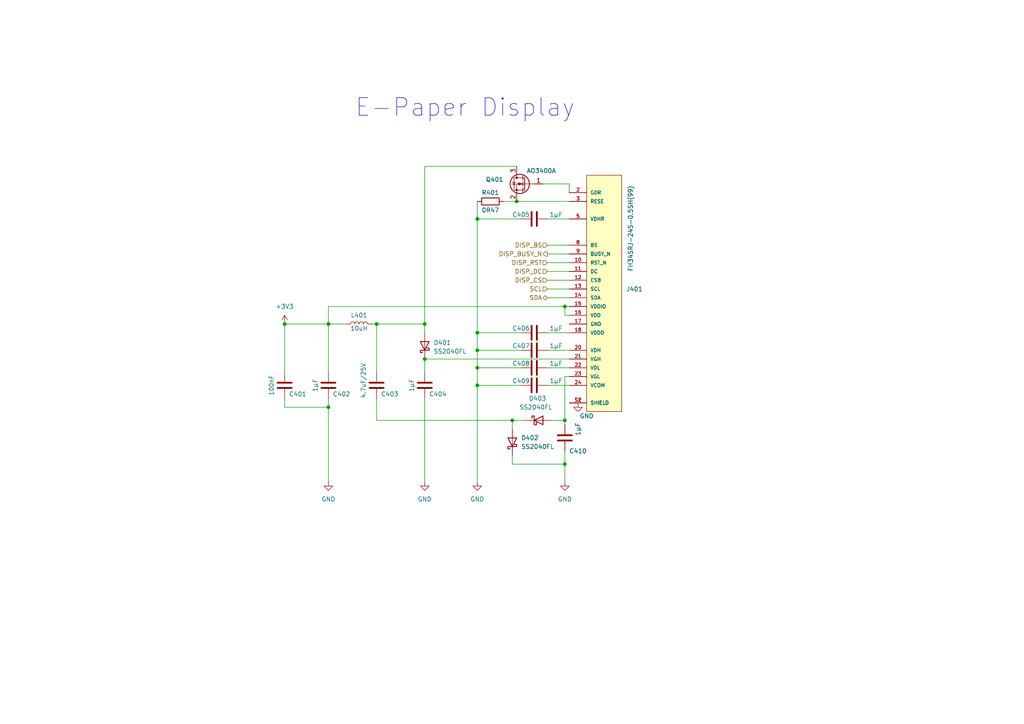
<source format=kicad_sch>
(kicad_sch (version 20211123) (generator eeschema)
  (paper "A4")
  (title_block (title "FabReader2") (date "2022-06-20") (rev "0.2") (company "RLKM UG (haftungsbeschränkt)") (comment 1 "Autoren: Joseph Langosch, Kai Kriegel"))
  (lib_symbols
    (symbol "Device:C" (pin_numbers hide) (pin_names (offset 0.254))
      (property "Reference" "C" (at 0.635 2.54 0))
      (property "Value" "C" (at 0.635 -2.54 0))
      (symbol "C_0_1"
        (polyline (pts (xy -2.032 -0.762) (xy 2.032 -0.762)) (stroke (width 0.508)))
        (polyline (pts (xy -2.032 0.762) (xy 2.032 0.762)) (stroke (width 0.508)))
      )
      (symbol "C_1_1"
        (pin passive line (at 0 3.81 270) (length 2.794) (name "~") (number "1"))
        (pin passive line (at 0 -3.81 90) (length 2.794) (name "~") (number "2"))
      )
    )
    (symbol "Device:D_Schottky" (pin_numbers hide) (pin_names (offset 1.016) hide)
      (property "Reference" "D" (at 0 2.54 0))
      (property "Value" "D_Schottky" (at 0 -2.54 0))
      (symbol "D_Schottky_0_1"
        (polyline (pts (xy 1.27 0) (xy -1.27 0)))
        (polyline (pts (xy 1.27 1.27) (xy 1.27 -1.27) (xy -1.27 0) (xy 1.27 1.27)) (stroke (width 0.254)))
        (polyline (pts (xy -1.905 0.635) (xy -1.905 1.27) (xy -1.27 1.27) (xy -1.27 -1.27) (xy -0.635 -1.27) (xy -0.635 -0.635)) (stroke (width 0.254)))
      )
      (symbol "D_Schottky_1_1"
        (pin passive line (at -3.81 0 0) (length 2.54) (name "K") (number "1"))
        (pin passive line (at 3.81 0 180) (length 2.54) (name "A") (number "2"))
      )
    )
    (symbol "Device:L" (pin_numbers hide) (pin_names (offset 1.016) hide)
      (property "Reference" "L" (at -1.27 0 90))
      (property "Value" "L" (at 1.905 0 90))
      (symbol "L_0_1"
        (arc (start 0 -2.54) (mid 0.635 -1.905) (end 0 -1.27))
        (arc (start 0 -1.27) (mid 0.635 -0.635) (end 0 0))
        (arc (start 0 0) (mid 0.635 0.635) (end 0 1.27))
        (arc (start 0 1.27) (mid 0.635 1.905) (end 0 2.54))
      )
      (symbol "L_1_1"
        (pin passive line (at 0 3.81 270) (length 1.27) (name "1") (number "1"))
        (pin passive line (at 0 -3.81 90) (length 1.27) (name "2") (number "2"))
      )
    )
    (symbol "Device:R" (pin_numbers hide) (pin_names (offset 0))
      (property "Reference" "R" (at 2.032 0 90))
      (property "Value" "R" (at 0 0 90))
      (symbol "R_0_1"
        (rectangle (start -1.016 -2.54) (end 1.016 2.54) (stroke (width 0.254)))
      )
      (symbol "R_1_1"
        (pin passive line (at 0 3.81 270) (length 1.27) (name "~") (number "1"))
        (pin passive line (at 0 -3.81 90) (length 1.27) (name "~") (number "2"))
      )
    )
    (symbol "FH34SRJ-24S-0.5SH_99_:FH34SRJ-24S-0.5SH(99)" (pin_names (offset 1.016))
      (property "Reference" "J1" (at 6.35 0.0001 0))
      (property "Value" "FH34SRJ-24S-0.5SH(99)" (at 6.35 -2.5399 0))
      (symbol "FH34SRJ-24S-0.5SH(99)_0_0"
        (rectangle (start -5.08 -35.56) (end 5.08 33.02) (fill (type background)))
        (pin passive line (at -10.16 30.48 0) (length 5.08) hide (name "NC") (number "1"))
        (pin passive line (at -10.16 7.62 0) (length 5.08) (name "RST_N") (number "10"))
        (pin passive line (at -10.16 5.08 0) (length 5.08) (name "DC") (number "11"))
        (pin passive line (at -10.16 2.54 0) (length 5.08) (name "CSB") (number "12"))
        (pin passive line (at -10.16 0 0) (length 5.08) (name "SCL") (number "13"))
        (pin passive line (at -10.16 -2.54 0) (length 5.08) (name "SDA") (number "14"))
        (pin passive line (at -10.16 -5.08 0) (length 5.08) (name "VDDIO") (number "15"))
        (pin passive line (at -10.16 -7.62 0) (length 5.08) (name "VDD") (number "16"))
        (pin passive line (at -10.16 -10.16 0) (length 5.08) (name "GND") (number "17"))
        (pin passive line (at -10.16 -12.7 0) (length 5.08) (name "VDDD") (number "18"))
        (pin passive line (at -10.16 -15.24 0) (length 5.08) hide (name "NC") (number "19"))
        (pin passive line (at -10.16 27.94 0) (length 5.08) (name "GDR") (number "2"))
        (pin passive line (at -10.16 -17.78 0) (length 5.08) (name "VDH") (number "20"))
        (pin passive line (at -10.16 -20.32 0) (length 5.08) (name "VGH") (number "21"))
        (pin passive line (at -10.16 -22.86 0) (length 5.08) (name "VDL") (number "22"))
        (pin passive line (at -10.16 -25.4 0) (length 5.08) (name "VGL") (number "23"))
        (pin passive line (at -10.16 -27.94 0) (length 5.08) (name "VCOM") (number "24"))
        (pin passive line (at -10.16 25.4 0) (length 5.08) (name "RESE") (number "3"))
        (pin passive line (at -10.16 22.86 0) (length 5.08) hide (name "NC") (number "4"))
        (pin passive line (at -10.16 20.32 0) (length 5.08) (name "VDHR") (number "5"))
        (pin passive line (at -10.16 17.78 0) (length 5.08) hide (name "NC") (number "6"))
        (pin passive line (at -10.16 15.24 0) (length 5.08) hide (name "NC") (number "7"))
        (pin passive line (at -10.16 12.7 0) (length 5.08) (name "BS") (number "8"))
        (pin passive line (at -10.16 10.16 0) (length 5.08) (name "BUSY_N") (number "9"))
        (pin passive line (at -10.16 -33.02 0) (length 5.08) (name "SHIELD") (number "S1"))
        (pin passive line (at -10.16 -33.02 0) (length 5.08) (name "SHIELD") (number "S2"))
      )
    )
    (symbol "Transistor_FET:AO3400A" (pin_names hide)
      (property "Reference" "Q" (at 5.08 1.905 0))
      (property "Value" "AO3400A" (at 5.08 0 0))
      (symbol "AO3400A_0_1"
        (polyline (pts (xy 0.254 0) (xy -2.54 0)))
        (polyline (pts (xy 0.254 1.905) (xy 0.254 -1.905)) (stroke (width 0.254)))
        (polyline (pts (xy 0.762 -1.27) (xy 0.762 -2.286)) (stroke (width 0.254)))
        (polyline (pts (xy 0.762 0.508) (xy 0.762 -0.508)) (stroke (width 0.254)))
        (polyline (pts (xy 0.762 2.286) (xy 0.762 1.27)) (stroke (width 0.254)))
        (polyline (pts (xy 2.54 2.54) (xy 2.54 1.778)))
        (polyline (pts (xy 2.54 -2.54) (xy 2.54 0) (xy 0.762 0)))
        (polyline (pts (xy 0.762 -1.778) (xy 3.302 -1.778) (xy 3.302 1.778) (xy 0.762 1.778)))
        (polyline (pts (xy 1.016 0) (xy 2.032 0.381) (xy 2.032 -0.381) (xy 1.016 0)) (fill (type outline)))
        (polyline (pts (xy 2.794 0.508) (xy 2.921 0.381) (xy 3.683 0.381) (xy 3.81 0.254)))
        (polyline (pts (xy 3.302 0.381) (xy 2.921 -0.254) (xy 3.683 -0.254) (xy 3.302 0.381)))
        (circle (center 1.651 0) (radius 2.794) (stroke (width 0.254)))
        (circle (center 2.54 -1.778) (radius 0.254) (fill (type outline)))
        (circle (center 2.54 1.778) (radius 0.254) (fill (type outline)))
      )
      (symbol "AO3400A_1_1"
        (pin input line (at -5.08 0 0) (length 2.54) (name "G") (number "1"))
        (pin passive line (at 2.54 -5.08 90) (length 2.54) (name "S") (number "2"))
        (pin passive line (at 2.54 5.08 270) (length 2.54) (name "D") (number "3"))
      )
    )
    (symbol "power:+3V3" (power) (pin_names (offset 0))
      (property "Value" "+3V3" (at 0 3.556 0))
      (symbol "+3V3_0_1"
        (polyline (pts (xy -0.762 1.27) (xy 0 2.54)))
        (polyline (pts (xy 0 0) (xy 0 2.54)))
        (polyline (pts (xy 0 2.54) (xy 0.762 1.27)))
      )
      (symbol "+3V3_1_1"
        (pin power_in line (at 0 0 90) (length 0) hide (name "+3V3") (number "1"))
      )
    )
    (symbol "power:GND" (power) (pin_names (offset 0))
      (property "Value" "GND" (at 0 -3.81 0))
      (symbol "GND_0_1"
        (polyline (pts (xy 0 0) (xy 0 -1.27) (xy 1.27 -1.27) (xy 0 -2.54) (xy -1.27 -1.27) (xy 0 -1.27)))
      )
      (symbol "GND_1_1"
        (pin power_in line (at 0 0 270) (length 0) hide (name "GND") (number "1"))
      )
    )
  )
  (junction (at 138.43 96.52))
  (junction (at 149.86 58.42))
  (junction (at 138.43 101.6))
  (junction (at 82.55 93.98))
  (junction (at 148.59 121.92))
  (junction (at 95.25 118.11))
  (junction (at 138.43 111.76))
  (junction (at 95.25 93.98))
  (junction (at 163.83 134.62))
  (junction (at 109.22 93.98))
  (junction (at 123.19 104.14))
  (junction (at 163.83 88.9))
  (junction (at 163.83 121.92))
  (junction (at 138.43 63.5))
  (junction (at 138.43 106.68))
  (junction (at 123.19 93.98))
  (wire (pts (xy 138.43 96.52) (xy 138.43 63.5)))
  (wire (pts (xy 148.59 134.62) (xy 163.83 134.62)))
  (wire (pts (xy 138.43 63.5) (xy 151.13 63.5)))
  (wire (pts (xy 123.19 115.57) (xy 123.19 139.7)))
  (wire (pts (xy 158.75 83.82) (xy 165.1 83.82)))
  (wire (pts (xy 138.43 106.68) (xy 138.43 101.6)))
  (wire (pts (xy 158.75 71.12) (xy 165.1 71.12)))
  (wire (pts (xy 163.83 88.9) (xy 163.83 91.44)))
  (wire (pts (xy 158.75 106.68) (xy 165.1 106.68)))
  (wire (pts (xy 158.75 101.6) (xy 165.1 101.6)))
  (wire (pts (xy 109.22 121.92) (xy 148.59 121.92)))
  (wire (pts (xy 138.43 101.6) (xy 138.43 96.52)))
  (wire (pts (xy 95.25 107.95) (xy 95.25 93.98)))
  (wire (pts (xy 123.19 96.52) (xy 123.19 93.98)))
  (wire (pts (xy 158.75 86.36) (xy 165.1 86.36)))
  (wire (pts (xy 138.43 101.6) (xy 151.13 101.6)))
  (wire (pts (xy 163.83 134.62) (xy 163.83 139.7)))
  (wire (pts (xy 107.95 93.98) (xy 109.22 93.98)))
  (wire (pts (xy 109.22 107.95) (xy 109.22 93.98)))
  (wire (pts (xy 160.02 121.92) (xy 163.83 121.92)))
  (wire (pts (xy 95.25 88.9) (xy 163.83 88.9)))
  (wire (pts (xy 146.05 58.42) (xy 149.86 58.42)))
  (wire (pts (xy 158.75 111.76) (xy 165.1 111.76)))
  (wire (pts (xy 158.75 73.66) (xy 165.1 73.66)))
  (wire (pts (xy 138.43 96.52) (xy 151.13 96.52)))
  (wire (pts (xy 123.19 104.14) (xy 165.1 104.14)))
  (wire (pts (xy 148.59 132.08) (xy 148.59 134.62)))
  (wire (pts (xy 138.43 58.42) (xy 138.43 63.5)))
  (wire (pts (xy 138.43 111.76) (xy 138.43 139.7)))
  (wire (pts (xy 82.55 93.98) (xy 95.25 93.98)))
  (wire (pts (xy 165.1 88.9) (xy 163.83 88.9)))
  (wire (pts (xy 163.83 109.22) (xy 163.83 121.92)))
  (wire (pts (xy 109.22 115.57) (xy 109.22 121.92)))
  (wire (pts (xy 138.43 111.76) (xy 138.43 106.68)))
  (wire (pts (xy 167.64 116.84) (xy 165.1 116.84)))
  (wire (pts (xy 152.4 121.92) (xy 148.59 121.92)))
  (wire (pts (xy 95.25 115.57) (xy 95.25 118.11)))
  (wire (pts (xy 165.1 53.34) (xy 165.1 55.88)))
  (wire (pts (xy 158.75 63.5) (xy 165.1 63.5)))
  (wire (pts (xy 158.75 76.2) (xy 165.1 76.2)))
  (wire (pts (xy 158.75 96.52) (xy 165.1 96.52)))
  (wire (pts (xy 123.19 48.26) (xy 123.19 93.98)))
  (wire (pts (xy 158.75 81.28) (xy 165.1 81.28)))
  (wire (pts (xy 163.83 130.81) (xy 163.83 134.62)))
  (wire (pts (xy 151.13 111.76) (xy 138.43 111.76)))
  (wire (pts (xy 82.55 115.57) (xy 82.55 118.11)))
  (wire (pts (xy 163.83 91.44) (xy 165.1 91.44)))
  (wire (pts (xy 123.19 104.14) (xy 123.19 107.95)))
  (wire (pts (xy 95.25 93.98) (xy 95.25 88.9)))
  (wire (pts (xy 149.86 58.42) (xy 165.1 58.42)))
  (wire (pts (xy 165.1 109.22) (xy 163.83 109.22)))
  (wire (pts (xy 95.25 118.11) (xy 95.25 139.7)))
  (wire (pts (xy 95.25 93.98) (xy 100.33 93.98)))
  (wire (pts (xy 158.75 78.74) (xy 165.1 78.74)))
  (wire (pts (xy 148.59 121.92) (xy 148.59 124.46)))
  (wire (pts (xy 123.19 48.26) (xy 149.86 48.26)))
  (wire (pts (xy 82.55 118.11) (xy 95.25 118.11)))
  (wire (pts (xy 138.43 106.68) (xy 151.13 106.68)))
  (wire (pts (xy 163.83 121.92) (xy 163.83 123.19)))
  (wire (pts (xy 109.22 93.98) (xy 123.19 93.98)))
  (wire (pts (xy 82.55 107.95) (xy 82.55 93.98)))
  (wire (pts (xy 157.48 53.34) (xy 165.1 53.34)))
  (text "E-Paper Display" (at 102.87 34.29 0) (effects (font (size 5.08 5.08)) (justify left bottom)))
  (hierarchical_label "DISP_DC" (shape input) (at 158.75 78.74 180))
  (hierarchical_label "DISP_BS" (shape input) (at 158.75 71.12 180))
  (hierarchical_label "SCL" (shape input) (at 158.75 83.82 180))
  (hierarchical_label "DISP_RST" (shape input) (at 158.75 76.2 180))
  (hierarchical_label "DISP_BUSY_N" (shape output) (at 158.75 73.66 180))
  (hierarchical_label "SDA" (shape bidirectional) (at 158.75 86.36 180))
  (hierarchical_label "DISP_CS" (shape input) (at 158.75 81.28 180))
  (symbol (lib_id "Device:L") (at 104.14 93.98 90) (unit 1)
    (property "Reference" "L401" (at 104.14 91.44 90))
    (property "Value" "10uH" (at 104.14 95.25 90))
    (property "Footprint" "ASPI-2515:L_Abracon_ASPI-2515" (effects hide))
    (property "Datasheet" "https://datasheet.lcsc.com/lcsc/2105100141_Abracon-LLC-ASPI-2512-100M-T2_C1330775.pdf" (effects hide))
    (property "MANUFACTURER" "Abracon LLC" (effects hide))
    (property "MPN" "ASPI-2512-100M-T2" (effects hide))
  )
  (symbol (lib_id "Device:C") (at 154.94 106.68 90) (unit 1)
    (property "Reference" "C408" (at 151.13 105.41 90))
    (property "Value" "1µF" (at 161.29 105.41 90))
    (property "Footprint" "Capacitor_SMD:C_0603_1608Metric" (effects hide))
    (property "Datasheet" "https://datasheet.lcsc.com/lcsc/1811141341_Murata-Electronics-GRM188R61E105KA12D_C77046.pdf" (effects hide))
    (property "MANUFACTURER" "Murata Electronics" (effects hide))
    (property "MPN" "GRM188R61E105KA12D" (effects hide))
  )
  (symbol (lib_id "power:GND") (at 123.19 139.7 0) (unit 1)
    (property "Reference" "#PWR0403" (effects hide))
    (property "Value" "GND" (at 123.19 144.78 0))
  )
  (symbol (lib_id "Device:C") (at 154.94 96.52 90) (unit 1)
    (property "Reference" "C406" (at 151.13 95.25 90))
    (property "Value" "1µF" (at 161.29 95.25 90))
    (property "Footprint" "Capacitor_SMD:C_0603_1608Metric" (effects hide))
    (property "Datasheet" "https://datasheet.lcsc.com/lcsc/1811141341_Murata-Electronics-GRM188R61E105KA12D_C77046.pdf" (effects hide))
    (property "MANUFACTURER" "Murata Electronics" (effects hide))
    (property "MPN" "GRM188R61E105KA12D" (effects hide))
  )
  (symbol (lib_id "power:+3V3") (at 82.55 93.98 0) (unit 1)
    (property "Reference" "#PWR0401" (effects hide))
    (property "Value" "+3V3" (at 82.55 88.9 0))
  )
  (symbol (lib_id "Device:D_Schottky") (at 123.19 100.33 90) (unit 1)
    (property "Reference" "D401" (at 125.73 99.3774 90) (effects (justify right)))
    (property "Value" "SS2040FL " (at 125.73 101.9174 90) (effects (justify right)))
    (property "Footprint" "Diode_SMD:D_SOD-123F" (effects hide))
    (property "Datasheet" "https://datasheet.lcsc.com/lcsc/1912111437_PANJIT-International-SS2040FL_C268712.pdf" (effects hide))
    (property "MANUFACTURER" "PANJIT International" (effects hide))
    (property "MPN" "SS2040FL " (effects hide))
  )
  (symbol (lib_id "Device:C") (at 95.25 111.76 180) (unit 1)
    (property "Reference" "C402" (at 99.06 114.3 0))
    (property "Value" "1µF" (at 91.44 111.76 90))
    (property "Footprint" "Capacitor_SMD:C_0603_1608Metric" (effects hide))
    (property "Datasheet" "https://datasheet.lcsc.com/lcsc/1811141341_Murata-Electronics-GRM188R61E105KA12D_C77046.pdf" (effects hide))
    (property "MANUFACTURER" "Murata Electronics" (effects hide))
    (property "MPN" "GRM188R61E105KA12D" (effects hide))
    (property "Type" "X5R" (effects hide))
  )
  (symbol (lib_id "Device:C") (at 163.83 127 0) (unit 1)
    (property "Reference" "C410" (at 167.64 130.81 0))
    (property "Value" "1µF" (at 167.64 124.46 90))
    (property "Footprint" "Capacitor_SMD:C_0603_1608Metric" (effects hide))
    (property "Datasheet" "https://datasheet.lcsc.com/lcsc/1811141341_Murata-Electronics-GRM188R61E105KA12D_C77046.pdf" (effects hide))
    (property "MANUFACTURER" "Murata Electronics" (effects hide))
    (property "MPN" "GRM188R61E105KA12D" (effects hide))
  )
  (symbol (lib_id "Device:C") (at 123.19 111.76 180) (unit 1)
    (property "Reference" "C404" (at 127 114.3 0))
    (property "Value" "1µF" (at 119.38 111.76 90))
    (property "Footprint" "Capacitor_SMD:C_0603_1608Metric" (effects hide))
    (property "Datasheet" "https://datasheet.lcsc.com/lcsc/1811141341_Murata-Electronics-GRM188R61E105KA12D_C77046.pdf" (effects hide))
    (property "MANUFACTURER" "Murata Electronics" (effects hide))
    (property "MPN" "GRM188R61E105KA12D" (effects hide))
  )
  (symbol (lib_id "Device:C") (at 154.94 63.5 90) (unit 1)
    (property "Reference" "C405" (at 151.13 62.23 90))
    (property "Value" "1µF" (at 161.29 62.23 90))
    (property "Footprint" "Capacitor_SMD:C_0603_1608Metric" (effects hide))
    (property "Datasheet" "https://datasheet.lcsc.com/lcsc/1811141341_Murata-Electronics-GRM188R61E105KA12D_C77046.pdf" (effects hide))
    (property "MANUFACTURER" "Murata Electronics" (effects hide))
    (property "MPN" "GRM188R61E105KA12D" (effects hide))
  )
  (symbol (lib_id "Device:R") (at 142.24 58.42 90) (unit 1)
    (property "Reference" "R401" (at 142.24 55.88 90))
    (property "Value" "0R47" (at 142.24 60.96 90))
    (property "Footprint" "Resistor_SMD:R_0603_1608Metric" (effects hide))
    (property "Datasheet" "https://datasheet.lcsc.com/lcsc/2206010230_UNI-ROYAL-Uniroyal-Elec-0603WAJ0470T5E_C1211.pdf" (effects hide))
    (property "MANUFACTURER" "UNI-ROYAL(Uniroyal Elec)" (effects hide))
    (property "MPN" "0603WAJ0470T5E" (effects hide))
  )
  (symbol (lib_id "Device:C") (at 154.94 101.6 90) (unit 1)
    (property "Reference" "C407" (at 151.13 100.33 90))
    (property "Value" "1µF" (at 161.29 100.33 90))
    (property "Footprint" "Capacitor_SMD:C_0603_1608Metric" (effects hide))
    (property "Datasheet" "https://datasheet.lcsc.com/lcsc/1811141341_Murata-Electronics-GRM188R61E105KA12D_C77046.pdf" (effects hide))
    (property "MANUFACTURER" "Murata Electronics" (effects hide))
    (property "MPN" "GRM188R61E105KA12D" (effects hide))
  )
  (symbol (lib_id "Device:D_Schottky") (at 156.21 121.92 0) (unit 1)
    (property "Reference" "D403" (at 155.8925 115.57 0))
    (property "Value" "SS2040FL " (at 155.8925 118.11 0))
    (property "Footprint" "Diode_SMD:D_SOD-123F" (effects hide))
    (property "Datasheet" "https://datasheet.lcsc.com/lcsc/1912111437_PANJIT-International-SS2040FL_C268712.pdf" (effects hide))
    (property "MANUFACTURER" "PANJIT International" (effects hide))
    (property "MPN" "SS2040FL " (effects hide))
  )
  (symbol (lib_id "Device:D_Schottky") (at 148.59 128.27 90) (unit 1)
    (property "Reference" "D402" (at 151.13 127 90) (effects (justify right)))
    (property "Value" "SS2040FL " (at 151.13 129.54 90) (effects (justify right)))
    (property "Footprint" "Diode_SMD:D_SOD-123F" (effects hide))
    (property "Datasheet" "https://datasheet.lcsc.com/lcsc/1912111437_PANJIT-International-SS2040FL_C268712.pdf" (effects hide))
    (property "MANUFACTURER" "PANJIT International" (effects hide))
    (property "MPN" "SS2040FL " (effects hide))
  )
  (symbol (lib_id "power:GND") (at 163.83 139.7 0) (unit 1)
    (property "Reference" "#PWR0405" (effects hide))
    (property "Value" "GND" (at 163.83 144.78 0))
  )
  (symbol (lib_id "FH34SRJ-24S-0.5SH_99_:FH34SRJ-24S-0.5SH(99)") (at 175.26 83.82 0) (unit 1)
    (property "Reference" "J401" (at 181.61 83.8199 0) (effects (justify left)))
    (property "Value" "FH34SRJ-24S-0.5SH(99)" (at 182.88 78.74 90) (effects (justify left)))
    (property "Footprint" "FH34SRJ-24S-0:HRS_FH34SRJ-24S-0.5SH(99)" (effects hide))
    (property "Datasheet" "https://datasheet.lcsc.com/lcsc/1811071030_HRS-Hirose-FH34SRJ-24S-0-5SH-50_C324726.pdf" (effects hide))
    (property "MANUFACTURER" "HIROSE ELECTRIC" (effects hide))
    (property "MAXIMUM_PACKAGE_HEIGHT" "1.75mm" (effects hide))
    (property "PARTREV" "NA" (effects hide))
    (property "STANDARD" "Manufacturer Recommendations" (effects hide))
    (property "MPN" "FH34SRJ-24S-0.5SH(50)" (effects hide))
  )
  (symbol (lib_id "Device:C") (at 82.55 111.76 180) (unit 1)
    (property "Reference" "C401" (at 86.36 114.3 0))
    (property "Value" "100nF" (at 78.74 111.76 90))
    (property "Footprint" "Capacitor_SMD:C_0603_1608Metric" (effects hide))
    (property "Datasheet" "https://datasheet.lcsc.com/lcsc/1809301912_YAGEO-CC0603KRX7R9BB104_C14663.pdf" (effects hide))
    (property "MANUFACTURER" "YAGEO" (effects hide))
    (property "MPN" "CC0603KRX7R9BB104" (effects hide))
    (property "Type" "X5R" (effects hide))
  )
  (symbol (lib_id "power:GND") (at 167.64 116.84 0) (unit 1)
    (property "Reference" "#PWR0406" (effects hide))
    (property "Value" "GND" (at 170.18 120.65 0))
  )
  (symbol (lib_id "Transistor_FET:AO3400A") (at 152.4 53.34 0) (mirror y) (unit 1)
    (property "Reference" "Q401" (at 146.05 52.0699 0) (effects (justify left)))
    (property "Value" "AO3400A" (at 161.29 49.53 0) (effects (justify left)))
    (property "Footprint" "Package_TO_SOT_SMD:SOT-23" (effects hide))
    (property "Datasheet" "https://datasheet.lcsc.com/lcsc/2007171935_HUASHUO-AO3400A_C700953.pdf" (effects hide))
    (property "MANUFACTURER" "HUASHUO" (effects hide))
    (property "MPN" "AO3400A" (effects hide))
  )
  (symbol (lib_id "Device:C") (at 109.22 111.76 0) (unit 1)
    (property "Reference" "C403" (at 110.49 114.3 0) (effects (justify left)))
    (property "Value" "4.7uF/25V" (at 105.41 115.57 90) (effects (justify left)))
    (property "Footprint" "Capacitor_SMD:C_0603_1608Metric" (effects hide))
    (property "Datasheet" "https://datasheet.lcsc.com/lcsc/2108150230_Murata-Electronics-GRM155R61E475ME15D_C2858031.pdf" (effects hide))
    (property "MANUFACTURER" "Murata Electronics" (effects hide))
    (property "MPN" "GRM155R61E475ME15D" (effects hide))
    (property "Type" "X5R" (effects hide))
  )
  (symbol (lib_id "power:GND") (at 138.43 139.7 0) (unit 1)
    (property "Reference" "#PWR0404" (effects hide))
    (property "Value" "GND" (at 138.43 144.78 0))
  )
  (symbol (lib_id "Device:C") (at 154.94 111.76 90) (unit 1)
    (property "Reference" "C409" (at 151.13 110.49 90))
    (property "Value" "1µF" (at 161.29 110.49 90))
    (property "Footprint" "Capacitor_SMD:C_0603_1608Metric" (effects hide))
    (property "Datasheet" "https://datasheet.lcsc.com/lcsc/1811141341_Murata-Electronics-GRM188R61E105KA12D_C77046.pdf" (effects hide))
    (property "MANUFACTURER" "Murata Electronics" (effects hide))
    (property "MPN" "GRM188R61E105KA12D" (effects hide))
  )
  (symbol (lib_id "power:GND") (at 95.25 139.7 0) (unit 1)
    (property "Reference" "#PWR0402" (effects hide))
    (property "Value" "GND" (at 95.25 144.78 0))
  )
)
</source>
